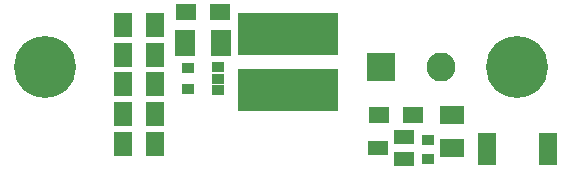
<source format=gbs>
%FSLAX46Y46*%
G04 Gerber Fmt 4.6, Leading zero omitted, Abs format (unit mm)*
G04 Created by KiCad (PCBNEW (2014-jul-16 BZR unknown)-product) date Di 22 Jul 2014 17:33:52 CEST*
%MOMM*%
G01*
G04 APERTURE LIST*
%ADD10C,0.100000*%
%ADD11C,5.260000*%
%ADD12R,2.010000X1.510000*%
%ADD13R,1.761140X2.258980*%
%ADD14R,1.758600X1.458880*%
%ADD15R,1.505000X2.800000*%
%ADD16R,8.460000X3.560000*%
%ADD17R,2.460000X2.460000*%
%ADD18C,2.460000*%
%ADD19R,1.659540X1.258220*%
%ADD20R,1.510000X2.010000*%
%ADD21R,1.057560X0.859440*%
%ADD22R,1.022000X0.818000*%
%ADD23R,1.022000X0.868000*%
%ADD24R,1.022000X0.860000*%
G04 APERTURE END LIST*
D10*
D11*
X179000000Y-112000000D03*
X219000000Y-112000000D03*
D12*
X213500000Y-118875000D03*
X213500000Y-116125000D03*
D13*
X193901140Y-110000000D03*
X190898860Y-110000000D03*
D14*
X193847800Y-107400000D03*
X190952200Y-107400000D03*
X207302200Y-116050000D03*
X210197800Y-116050000D03*
D15*
X216421500Y-119000000D03*
X221578500Y-119000000D03*
D16*
X199600000Y-109250000D03*
X199600000Y-113950000D03*
D17*
X207460000Y-112000000D03*
D18*
X212540000Y-112000000D03*
D19*
X209449820Y-117950040D03*
X209449820Y-119849960D03*
X207250180Y-118900000D03*
D20*
X188375000Y-108500000D03*
X185625000Y-108500000D03*
X188375000Y-111000000D03*
X185625000Y-111000000D03*
X188375000Y-118500000D03*
X185625000Y-118500000D03*
X188375000Y-113500000D03*
X185625000Y-113500000D03*
X188375000Y-116000000D03*
X185625000Y-116000000D03*
D21*
X211500000Y-119789940D03*
X211500000Y-118210060D03*
D22*
X193670000Y-112047500D03*
X193670000Y-113952500D03*
D23*
X191130000Y-112097500D03*
D22*
X193670000Y-113000000D03*
D24*
X191130000Y-113902500D03*
M02*

</source>
